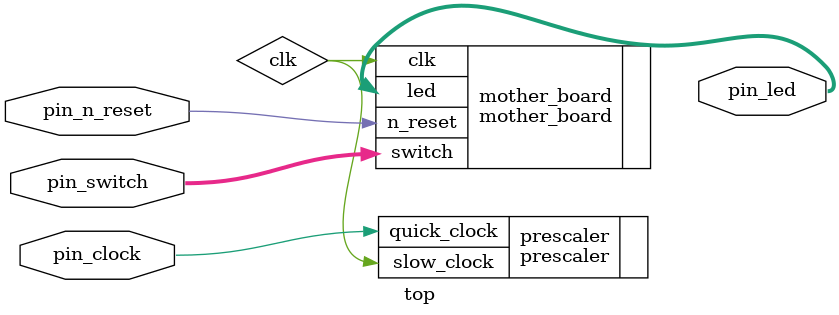
<source format=sv>
module top(
  input logic pin_clock,
  input logic pin_n_reset,
  input logic [3:0] pin_switch,
  output logic [3:0] pin_led
);
  logic clk;
  prescaler #(.RATIO(100_000_000)) prescaler(.quick_clock(pin_clock), .slow_clock(clk));

  mother_board mother_board(.clk, .n_reset(pin_n_reset), .switch(pin_switch), .led(pin_led));
endmodule

</source>
